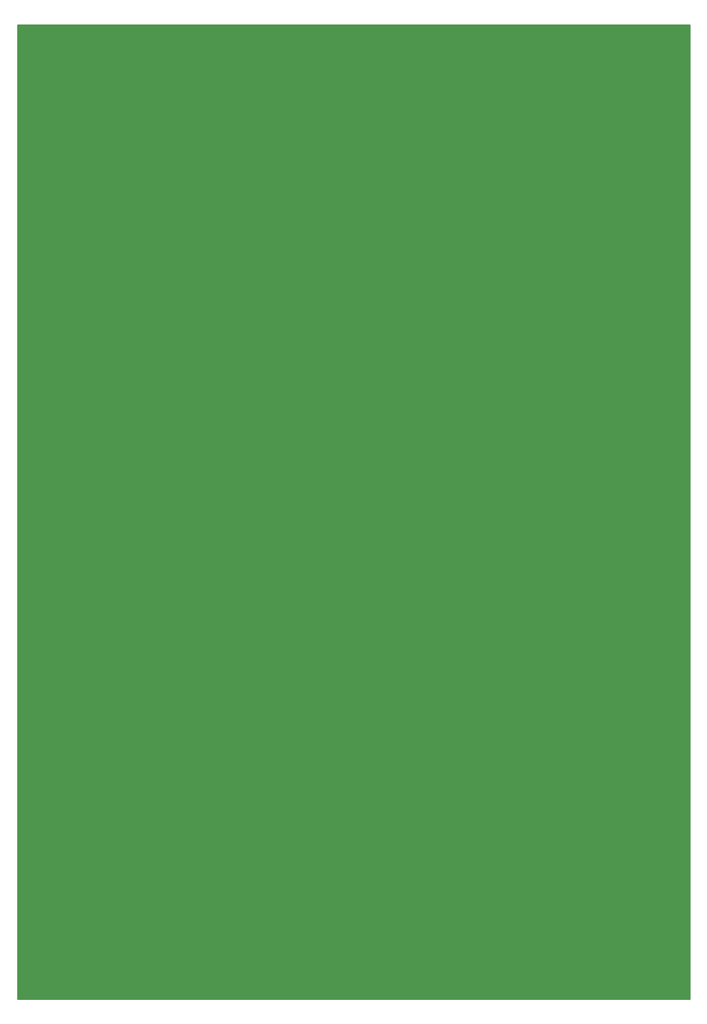
<source format=gbr>
%TF.GenerationSoftware,KiCad,Pcbnew,5.1.5+dfsg1-2build2*%
%TF.CreationDate,2021-10-31T16:16:40-04:00*%
%TF.ProjectId,PCB_LeftPanel,5043425f-4c65-4667-9450-616e656c2e6b,1*%
%TF.SameCoordinates,Original*%
%TF.FileFunction,Profile,NP*%
%FSLAX46Y46*%
G04 Gerber Fmt 4.6, Leading zero omitted, Abs format (unit mm)*
G04 Created by KiCad (PCBNEW 5.1.5+dfsg1-2build2) date 2021-10-31 16:16:40*
%MOMM*%
%LPD*%
G04 APERTURE LIST*
%ADD10C,0.254000*%
G04 APERTURE END LIST*
D10*
G36*
X177673000Y-234823000D02*
G01*
X28702000Y-234823000D01*
X28702000Y-19177000D01*
X177673000Y-19177000D01*
X177673000Y-234823000D01*
G37*
X177673000Y-234823000D02*
X28702000Y-234823000D01*
X28702000Y-19177000D01*
X177673000Y-19177000D01*
X177673000Y-234823000D01*
M02*

</source>
